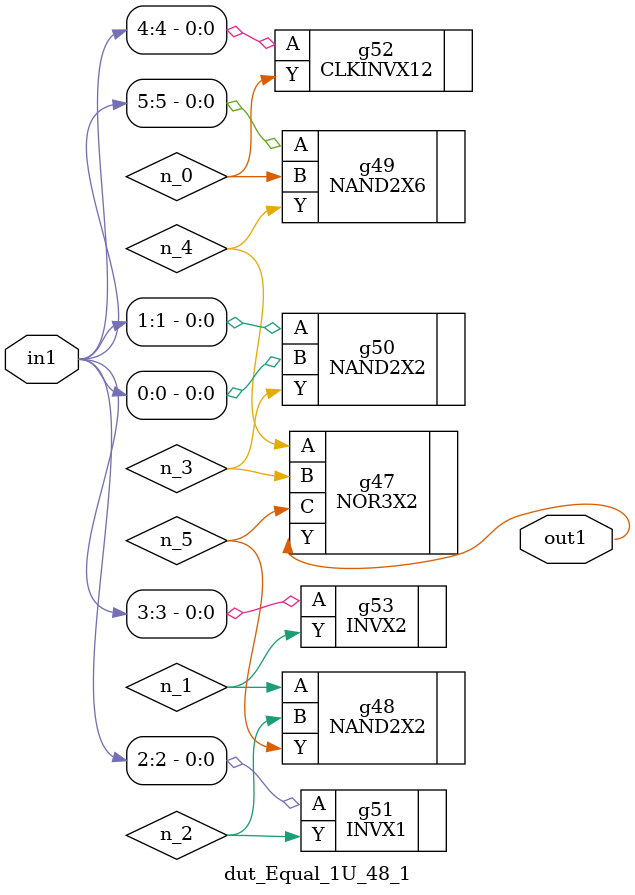
<source format=v>
`timescale 1ps / 1ps


module dut_Equal_1U_48_1(in1, out1);
  input [5:0] in1;
  output out1;
  wire [5:0] in1;
  wire out1;
  wire n_0, n_1, n_2, n_3, n_4, n_5;
  NOR3X2 g47(.A (n_4), .B (n_3), .C (n_5), .Y (out1));
  NAND2X2 g48(.A (n_1), .B (n_2), .Y (n_5));
  NAND2X6 g49(.A (in1[5]), .B (n_0), .Y (n_4));
  NAND2X2 g50(.A (in1[1]), .B (in1[0]), .Y (n_3));
  INVX1 g51(.A (in1[2]), .Y (n_2));
  INVX2 g53(.A (in1[3]), .Y (n_1));
  CLKINVX12 g52(.A (in1[4]), .Y (n_0));
endmodule



</source>
